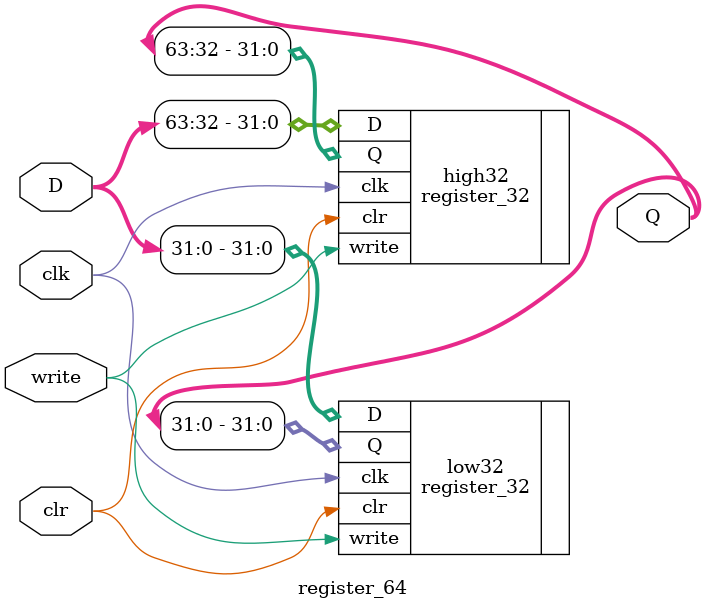
<source format=v>
module register_64(input [63:0] D, output [63:0] Q, input clr, input clk, input write);

	register_32 low32(.D (D[31:0]),
		.Q (Q[31:0]),
		.clr (clr),
		.clk (clk),
		.write (write));
	
	register_32 high32(.D (D[63:32]),
		.Q (Q[63:32]),
		.clr (clr),
		.clk (clk),
		.write (write));

endmodule

</source>
